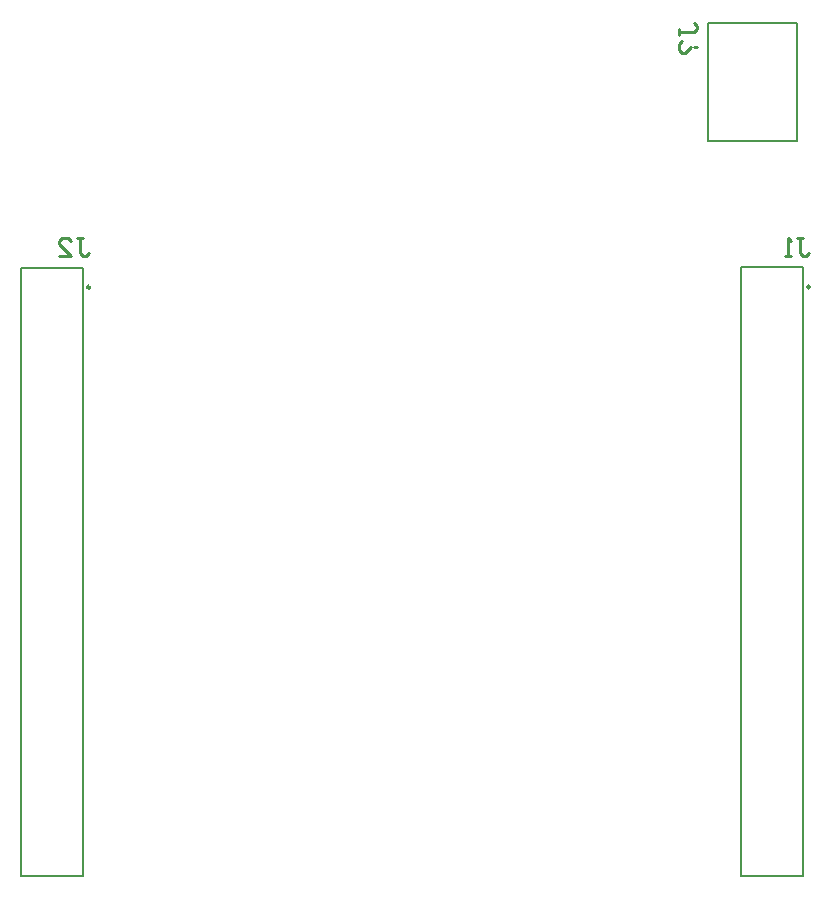
<source format=gbr>
%TF.GenerationSoftware,Altium Limited,Altium Designer,23.6.0 (18)*%
G04 Layer_Color=32896*
%FSLAX45Y45*%
%MOMM*%
%TF.SameCoordinates,8094E8B3-5A3C-4876-ADF7-68A746E10FBF*%
%TF.FilePolarity,Positive*%
%TF.FileFunction,Legend,Bot*%
%TF.Part,Single*%
G01*
G75*
%TA.AperFunction,NonConductor*%
%ADD19C,0.25000*%
%ADD20C,0.20000*%
%ADD21C,0.25400*%
D19*
X17655499Y6624000D02*
G03*
X17655499Y6624000I-12500J0D01*
G01*
X11558812Y6621500D02*
G03*
X11558812Y6621500I-12500J0D01*
G01*
D20*
X16795000Y8860000D02*
X17545000D01*
X16795000Y7860000D02*
X17545000D01*
X16795000D02*
Y8860000D01*
X17545000Y7860000D02*
Y8860000D01*
X17071500Y1635500D02*
Y6790500D01*
Y1635500D02*
X17594501D01*
Y6790500D01*
X17071500D02*
X17594501D01*
X10974812Y1633000D02*
Y6788000D01*
Y1633000D02*
X11497812D01*
Y6788000D01*
X10974812D02*
X11497812D01*
D21*
X16543939Y8755003D02*
Y8805787D01*
Y8780395D01*
X16670898D01*
X16696291Y8805787D01*
Y8831178D01*
X16670898Y8856570D01*
X16569331Y8704219D02*
X16543939Y8678827D01*
Y8628044D01*
X16569331Y8602652D01*
X16594724D01*
X16645506Y8653436D01*
X16670898D02*
X16696291D01*
X17541273Y7040831D02*
X17592056D01*
X17566666D01*
Y6913872D01*
X17592056Y6888480D01*
X17617448D01*
X17642841Y6913872D01*
X17490489Y6888480D02*
X17439706D01*
X17465097D01*
Y7040831D01*
X17490489Y7015439D01*
X11445273Y7038291D02*
X11496057D01*
X11470665D01*
Y6911332D01*
X11496057Y6885940D01*
X11521448D01*
X11546840Y6911332D01*
X11292922Y6885940D02*
X11394489D01*
X11292922Y6987507D01*
Y7012899D01*
X11318314Y7038291D01*
X11369097D01*
X11394489Y7012899D01*
%TF.MD5,ddca1b85d4f127ad68002565369d4277*%
M02*

</source>
